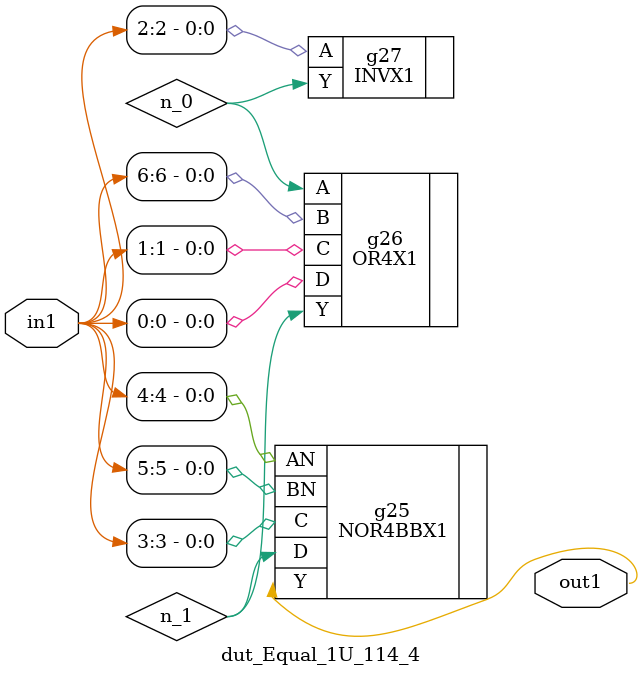
<source format=v>
`timescale 1ps / 1ps


module dut_Equal_1U_114_4(in1, out1);
  input [6:0] in1;
  output out1;
  wire [6:0] in1;
  wire out1;
  wire n_0, n_1;
  NOR4BBX1 g25(.AN (in1[4]), .BN (in1[5]), .C (in1[3]), .D (n_1), .Y
       (out1));
  OR4X1 g26(.A (n_0), .B (in1[6]), .C (in1[1]), .D (in1[0]), .Y (n_1));
  INVX1 g27(.A (in1[2]), .Y (n_0));
endmodule



</source>
